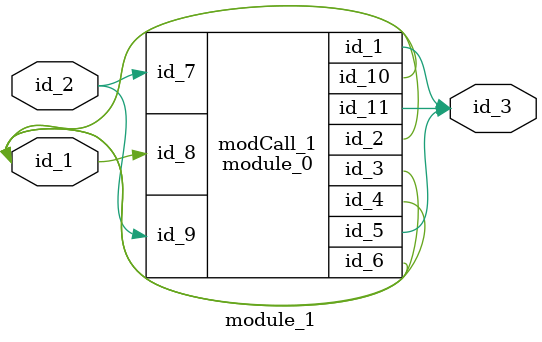
<source format=v>
module module_0 (
    id_1,
    id_2,
    id_3,
    id_4,
    id_5,
    id_6,
    id_7,
    id_8,
    id_9,
    id_10,
    id_11
);
  output wire id_11;
  inout wire id_10;
  input wire id_9;
  input wire id_8;
  input wire id_7;
  inout wire id_6;
  output wire id_5;
  output wire id_4;
  inout wire id_3;
  inout wire id_2;
  output wire id_1;
endmodule
module module_1 (
    id_1,
    id_2,
    id_3
);
  output wire id_3;
  input wire id_2;
  inout wire id_1;
  module_0 modCall_1 (
      id_3,
      id_1,
      id_1,
      id_1,
      id_3,
      id_1,
      id_2,
      id_1,
      id_2,
      id_1,
      id_3
  );
endmodule

</source>
